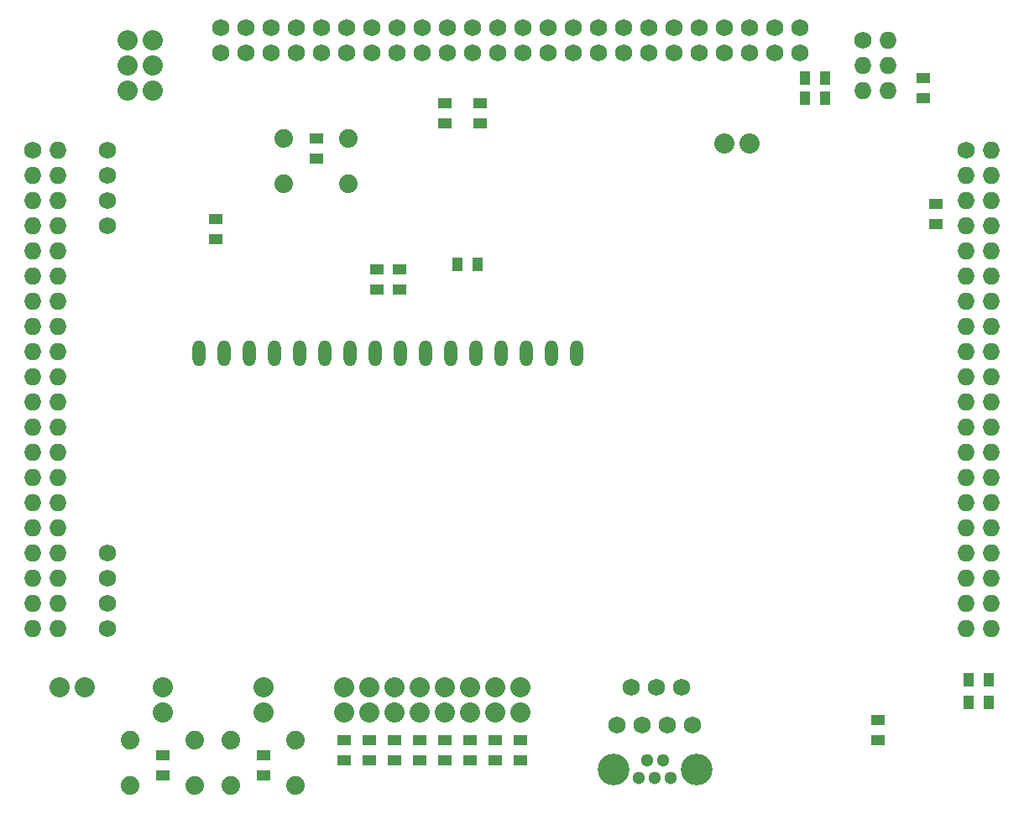
<source format=gbs>
%FSLAX34Y34*%
G04 Gerber Fmt 3.4, Leading zero omitted, Abs format*
G04 (created by PCBNEW (2014-02-26 BZR 4721)-product) date Donnerstag, 25. Dezember 2014 16:09:47*
%MOIN*%
G01*
G70*
G90*
G04 APERTURE LIST*
%ADD10C,0.005906*%
%ADD11R,0.043300X0.055100*%
%ADD12R,0.055100X0.043300*%
%ADD13C,0.051181*%
%ADD14C,0.125984*%
%ADD15C,0.080000*%
%ADD16O,0.080000X0.080000*%
%ADD17C,0.068000*%
%ADD18O,0.068000X0.068000*%
%ADD19C,0.074000*%
%ADD20O,0.051400X0.102900*%
G04 APERTURE END LIST*
G54D10*
G54D11*
X67993Y-49100D03*
X67207Y-49100D03*
X67993Y-48200D03*
X67207Y-48200D03*
G54D12*
X63600Y-50593D03*
X63600Y-49807D03*
G54D11*
X47693Y-31700D03*
X46907Y-31700D03*
G54D12*
X44600Y-31907D03*
X44600Y-32693D03*
X37300Y-29907D03*
X37300Y-30693D03*
G54D13*
X54120Y-52104D03*
X54435Y-51395D03*
X54750Y-52104D03*
X55064Y-51395D03*
X55379Y-52104D03*
G54D14*
X56403Y-51750D03*
X53096Y-51750D03*
G54D15*
X33800Y-23800D03*
G54D16*
X34800Y-23800D03*
G54D15*
X34800Y-22800D03*
G54D16*
X33800Y-22800D03*
G54D15*
X35200Y-49500D03*
G54D16*
X35200Y-48500D03*
G54D15*
X39200Y-49500D03*
G54D16*
X39200Y-48500D03*
G54D15*
X42400Y-48500D03*
G54D16*
X42400Y-49500D03*
G54D15*
X43400Y-48500D03*
G54D16*
X43400Y-49500D03*
G54D15*
X44400Y-48500D03*
G54D16*
X44400Y-49500D03*
G54D15*
X45400Y-48500D03*
G54D16*
X45400Y-49500D03*
G54D15*
X46400Y-48500D03*
G54D16*
X46400Y-49500D03*
G54D15*
X47400Y-48500D03*
G54D16*
X47400Y-49500D03*
G54D15*
X48400Y-48500D03*
G54D16*
X48400Y-49500D03*
G54D15*
X49400Y-48500D03*
G54D16*
X49400Y-49500D03*
G54D17*
X53800Y-48500D03*
X54800Y-48500D03*
X55800Y-48500D03*
G54D15*
X57500Y-26900D03*
G54D16*
X58500Y-26900D03*
G54D15*
X31100Y-48500D03*
G54D16*
X32100Y-48500D03*
G54D12*
X43700Y-31907D03*
X43700Y-32693D03*
G54D17*
X30050Y-27150D03*
G54D18*
X31050Y-27150D03*
X30050Y-28150D03*
X31050Y-28150D03*
X30050Y-29150D03*
X31050Y-29150D03*
X30050Y-30150D03*
X31050Y-30150D03*
X30050Y-31150D03*
X31050Y-31150D03*
X30050Y-32150D03*
X31050Y-32150D03*
X30050Y-33150D03*
X31050Y-33150D03*
X30050Y-34150D03*
X31050Y-34150D03*
X30050Y-35150D03*
X31050Y-35150D03*
X30050Y-36150D03*
X31050Y-36150D03*
X30050Y-37150D03*
X31050Y-37150D03*
X30050Y-38150D03*
X31050Y-38150D03*
X30050Y-39150D03*
X31050Y-39150D03*
X30050Y-40150D03*
X31050Y-40150D03*
X30050Y-41150D03*
X31050Y-41150D03*
X30050Y-42150D03*
X31050Y-42150D03*
X30050Y-43150D03*
X31050Y-43150D03*
X30050Y-44150D03*
X31050Y-44150D03*
X30050Y-45150D03*
X31050Y-45150D03*
X30050Y-46150D03*
X31050Y-46150D03*
G54D17*
X67100Y-27150D03*
G54D18*
X68100Y-27150D03*
X67100Y-28150D03*
X68100Y-28150D03*
X67100Y-29150D03*
X68100Y-29150D03*
X67100Y-30150D03*
X68100Y-30150D03*
X67100Y-31150D03*
X68100Y-31150D03*
X67100Y-32150D03*
X68100Y-32150D03*
X67100Y-33150D03*
X68100Y-33150D03*
X67100Y-34150D03*
X68100Y-34150D03*
X67100Y-35150D03*
X68100Y-35150D03*
X67100Y-36150D03*
X68100Y-36150D03*
X67100Y-37150D03*
X68100Y-37150D03*
X67100Y-38150D03*
X68100Y-38150D03*
X67100Y-39150D03*
X68100Y-39150D03*
X67100Y-40150D03*
X68100Y-40150D03*
X67100Y-41150D03*
X68100Y-41150D03*
X67100Y-42150D03*
X68100Y-42150D03*
X67100Y-43150D03*
X68100Y-43150D03*
X67100Y-44150D03*
X68100Y-44150D03*
X67100Y-45150D03*
X68100Y-45150D03*
X67100Y-46150D03*
X68100Y-46150D03*
G54D17*
X56250Y-50000D03*
X55250Y-50000D03*
X54250Y-50000D03*
X53250Y-50000D03*
X37500Y-22300D03*
X38500Y-22300D03*
X39500Y-22300D03*
X40500Y-22300D03*
X41500Y-22300D03*
X42500Y-22300D03*
X43500Y-22300D03*
X44500Y-22300D03*
X45500Y-22300D03*
X46500Y-22300D03*
X47500Y-22300D03*
X48500Y-22300D03*
X49500Y-22300D03*
X50500Y-22300D03*
X51500Y-22300D03*
X52500Y-22300D03*
X53500Y-22300D03*
X54500Y-22300D03*
X55500Y-22300D03*
X56500Y-22300D03*
X57500Y-22300D03*
X58500Y-22300D03*
X59500Y-22300D03*
X60500Y-22300D03*
X37500Y-23300D03*
X38500Y-23300D03*
X39500Y-23300D03*
X40500Y-23300D03*
X41500Y-23300D03*
X42500Y-23300D03*
X43500Y-23300D03*
X44500Y-23300D03*
X45500Y-23300D03*
X46500Y-23300D03*
X47500Y-23300D03*
X48500Y-23300D03*
X49500Y-23300D03*
X50500Y-23300D03*
X51500Y-23300D03*
X52500Y-23300D03*
X53500Y-23300D03*
X54500Y-23300D03*
X55500Y-23300D03*
X56500Y-23300D03*
X57500Y-23300D03*
X58500Y-23300D03*
X59500Y-23300D03*
X60500Y-23300D03*
X63000Y-22800D03*
G54D18*
X64000Y-22800D03*
X63000Y-23800D03*
X64000Y-23800D03*
X63000Y-24800D03*
X64000Y-24800D03*
G54D17*
X33000Y-30150D03*
X33000Y-29150D03*
X33000Y-28150D03*
X33000Y-27150D03*
X33000Y-43150D03*
X33000Y-44150D03*
X33000Y-45150D03*
X33000Y-46150D03*
G54D12*
X35200Y-51993D03*
X35200Y-51207D03*
X39200Y-51993D03*
X39200Y-51207D03*
X42400Y-51393D03*
X42400Y-50607D03*
X43400Y-51393D03*
X43400Y-50607D03*
X44400Y-51393D03*
X44400Y-50607D03*
X45400Y-51393D03*
X45400Y-50607D03*
X46400Y-51393D03*
X46400Y-50607D03*
X47400Y-51393D03*
X47400Y-50607D03*
X48400Y-51393D03*
X48400Y-50607D03*
X49400Y-51393D03*
X49400Y-50607D03*
X41300Y-27493D03*
X41300Y-26707D03*
X65900Y-29307D03*
X65900Y-30093D03*
G54D11*
X60707Y-24300D03*
X61493Y-24300D03*
X61493Y-25100D03*
X60707Y-25100D03*
G54D12*
X65400Y-25093D03*
X65400Y-24307D03*
X47800Y-26093D03*
X47800Y-25307D03*
X46400Y-26093D03*
X46400Y-25307D03*
G54D19*
X36480Y-52390D03*
X33920Y-52390D03*
X36480Y-50610D03*
X33920Y-50610D03*
X40480Y-52390D03*
X37920Y-52390D03*
X40480Y-50610D03*
X37920Y-50610D03*
X42580Y-28490D03*
X40020Y-28490D03*
X42580Y-26710D03*
X40020Y-26710D03*
G54D20*
X36649Y-35227D03*
X37649Y-35227D03*
X38649Y-35227D03*
X39649Y-35227D03*
X40649Y-35227D03*
X41649Y-35227D03*
X42649Y-35227D03*
X43649Y-35227D03*
X44649Y-35227D03*
X45649Y-35227D03*
X46649Y-35227D03*
X47649Y-35227D03*
X48649Y-35227D03*
X49649Y-35227D03*
X50649Y-35227D03*
X51649Y-35227D03*
G54D15*
X33800Y-24800D03*
G54D16*
X34800Y-24800D03*
M02*

</source>
